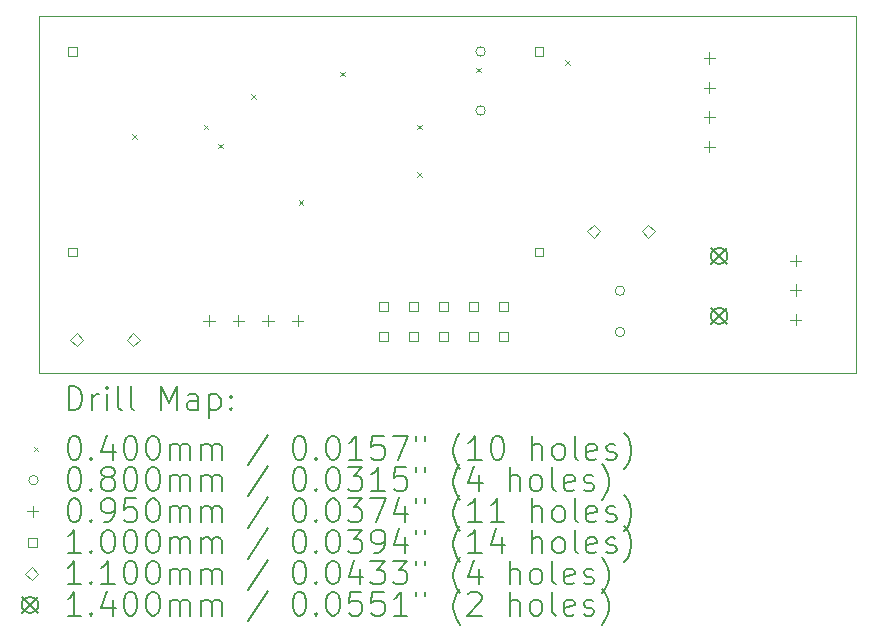
<source format=gbr>
%TF.GenerationSoftware,KiCad,Pcbnew,6.0.11-2627ca5db0~126~ubuntu22.04.1*%
%TF.CreationDate,2023-02-15T16:19:57+03:00*%
%TF.ProjectId,train_barrier,74726169-6e5f-4626-9172-726965722e6b,rev?*%
%TF.SameCoordinates,Original*%
%TF.FileFunction,Drillmap*%
%TF.FilePolarity,Positive*%
%FSLAX45Y45*%
G04 Gerber Fmt 4.5, Leading zero omitted, Abs format (unit mm)*
G04 Created by KiCad (PCBNEW 6.0.11-2627ca5db0~126~ubuntu22.04.1) date 2023-02-15 16:19:57*
%MOMM*%
%LPD*%
G01*
G04 APERTURE LIST*
%ADD10C,0.100000*%
%ADD11C,0.200000*%
%ADD12C,0.040000*%
%ADD13C,0.080000*%
%ADD14C,0.095000*%
%ADD15C,0.110000*%
%ADD16C,0.140000*%
G04 APERTURE END LIST*
D10*
X6300000Y-2520000D02*
X13220000Y-2520000D01*
X13220000Y-2520000D02*
X13220000Y-5540000D01*
X13220000Y-5540000D02*
X6300000Y-5540000D01*
X6300000Y-5540000D02*
X6300000Y-2520000D01*
D11*
D12*
X7090050Y-3520000D02*
X7130050Y-3560000D01*
X7130050Y-3520000D02*
X7090050Y-3560000D01*
X7696266Y-3440000D02*
X7736266Y-3480000D01*
X7736266Y-3440000D02*
X7696266Y-3480000D01*
X7820000Y-3600000D02*
X7860000Y-3640000D01*
X7860000Y-3600000D02*
X7820000Y-3640000D01*
X8100000Y-3180000D02*
X8140000Y-3220000D01*
X8140000Y-3180000D02*
X8100000Y-3220000D01*
X8500000Y-4080000D02*
X8540000Y-4120000D01*
X8540000Y-4080000D02*
X8500000Y-4120000D01*
X8851250Y-2991250D02*
X8891250Y-3031250D01*
X8891250Y-2991250D02*
X8851250Y-3031250D01*
X9500000Y-3440000D02*
X9540000Y-3480000D01*
X9540000Y-3440000D02*
X9500000Y-3480000D01*
X9500000Y-3840000D02*
X9540000Y-3880000D01*
X9540000Y-3840000D02*
X9500000Y-3880000D01*
X10002500Y-2957500D02*
X10042500Y-2997500D01*
X10042500Y-2957500D02*
X10002500Y-2997500D01*
X10755000Y-2895000D02*
X10795000Y-2935000D01*
X10795000Y-2895000D02*
X10755000Y-2935000D01*
D13*
X10080000Y-2819205D02*
G75*
G03*
X10080000Y-2819205I-40000J0D01*
G01*
X10080000Y-3319205D02*
G75*
G03*
X10080000Y-3319205I-40000J0D01*
G01*
X11260000Y-4845530D02*
G75*
G03*
X11260000Y-4845530I-40000J0D01*
G01*
X11260000Y-5195530D02*
G75*
G03*
X11260000Y-5195530I-40000J0D01*
G01*
D14*
X7740000Y-5052500D02*
X7740000Y-5147500D01*
X7692500Y-5100000D02*
X7787500Y-5100000D01*
X7990000Y-5052500D02*
X7990000Y-5147500D01*
X7942500Y-5100000D02*
X8037500Y-5100000D01*
X8240000Y-5052500D02*
X8240000Y-5147500D01*
X8192500Y-5100000D02*
X8287500Y-5100000D01*
X8490000Y-5052500D02*
X8490000Y-5147500D01*
X8442500Y-5100000D02*
X8537500Y-5100000D01*
X11975000Y-2827500D02*
X11975000Y-2922500D01*
X11927500Y-2875000D02*
X12022500Y-2875000D01*
X11975000Y-3077500D02*
X11975000Y-3172500D01*
X11927500Y-3125000D02*
X12022500Y-3125000D01*
X11975000Y-3327500D02*
X11975000Y-3422500D01*
X11927500Y-3375000D02*
X12022500Y-3375000D01*
X11975000Y-3577500D02*
X11975000Y-3672500D01*
X11927500Y-3625000D02*
X12022500Y-3625000D01*
X12707500Y-4542500D02*
X12707500Y-4637500D01*
X12660000Y-4590000D02*
X12755000Y-4590000D01*
X12707500Y-4792500D02*
X12707500Y-4887500D01*
X12660000Y-4840000D02*
X12755000Y-4840000D01*
X12707500Y-5042500D02*
X12707500Y-5137500D01*
X12660000Y-5090000D02*
X12755000Y-5090000D01*
D10*
X6620356Y-2855356D02*
X6620356Y-2784644D01*
X6549644Y-2784644D01*
X6549644Y-2855356D01*
X6620356Y-2855356D01*
X6620356Y-4555356D02*
X6620356Y-4484644D01*
X6549644Y-4484644D01*
X6549644Y-4555356D01*
X6620356Y-4555356D01*
X9251856Y-5015356D02*
X9251856Y-4944644D01*
X9181144Y-4944644D01*
X9181144Y-5015356D01*
X9251856Y-5015356D01*
X9251856Y-5269356D02*
X9251856Y-5198644D01*
X9181144Y-5198644D01*
X9181144Y-5269356D01*
X9251856Y-5269356D01*
X9505856Y-5015356D02*
X9505856Y-4944644D01*
X9435144Y-4944644D01*
X9435144Y-5015356D01*
X9505856Y-5015356D01*
X9505856Y-5269356D02*
X9505856Y-5198644D01*
X9435144Y-5198644D01*
X9435144Y-5269356D01*
X9505856Y-5269356D01*
X9759856Y-5015356D02*
X9759856Y-4944644D01*
X9689144Y-4944644D01*
X9689144Y-5015356D01*
X9759856Y-5015356D01*
X9759856Y-5269356D02*
X9759856Y-5198644D01*
X9689144Y-5198644D01*
X9689144Y-5269356D01*
X9759856Y-5269356D01*
X10013856Y-5015356D02*
X10013856Y-4944644D01*
X9943144Y-4944644D01*
X9943144Y-5015356D01*
X10013856Y-5015356D01*
X10013856Y-5269356D02*
X10013856Y-5198644D01*
X9943144Y-5198644D01*
X9943144Y-5269356D01*
X10013856Y-5269356D01*
X10267856Y-5015356D02*
X10267856Y-4944644D01*
X10197144Y-4944644D01*
X10197144Y-5015356D01*
X10267856Y-5015356D01*
X10267856Y-5269356D02*
X10267856Y-5198644D01*
X10197144Y-5198644D01*
X10197144Y-5269356D01*
X10267856Y-5269356D01*
X10570356Y-2855356D02*
X10570356Y-2784644D01*
X10499644Y-2784644D01*
X10499644Y-2855356D01*
X10570356Y-2855356D01*
X10570356Y-4555356D02*
X10570356Y-4484644D01*
X10499644Y-4484644D01*
X10499644Y-4555356D01*
X10570356Y-4555356D01*
D15*
X6620000Y-5315000D02*
X6675000Y-5260000D01*
X6620000Y-5205000D01*
X6565000Y-5260000D01*
X6620000Y-5315000D01*
X7100000Y-5315000D02*
X7155000Y-5260000D01*
X7100000Y-5205000D01*
X7045000Y-5260000D01*
X7100000Y-5315000D01*
X11000000Y-4395000D02*
X11055000Y-4340000D01*
X11000000Y-4285000D01*
X10945000Y-4340000D01*
X11000000Y-4395000D01*
X11460000Y-4395000D02*
X11515000Y-4340000D01*
X11460000Y-4285000D01*
X11405000Y-4340000D01*
X11460000Y-4395000D01*
D16*
X11990000Y-4480371D02*
X12130000Y-4620371D01*
X12130000Y-4480371D02*
X11990000Y-4620371D01*
X12130000Y-4550371D02*
G75*
G03*
X12130000Y-4550371I-70000J0D01*
G01*
X11990000Y-4988371D02*
X12130000Y-5128371D01*
X12130000Y-4988371D02*
X11990000Y-5128371D01*
X12130000Y-5058371D02*
G75*
G03*
X12130000Y-5058371I-70000J0D01*
G01*
D11*
X6552619Y-5855476D02*
X6552619Y-5655476D01*
X6600238Y-5655476D01*
X6628809Y-5665000D01*
X6647857Y-5684048D01*
X6657381Y-5703095D01*
X6666905Y-5741190D01*
X6666905Y-5769762D01*
X6657381Y-5807857D01*
X6647857Y-5826905D01*
X6628809Y-5845952D01*
X6600238Y-5855476D01*
X6552619Y-5855476D01*
X6752619Y-5855476D02*
X6752619Y-5722143D01*
X6752619Y-5760238D02*
X6762143Y-5741190D01*
X6771667Y-5731667D01*
X6790714Y-5722143D01*
X6809762Y-5722143D01*
X6876428Y-5855476D02*
X6876428Y-5722143D01*
X6876428Y-5655476D02*
X6866905Y-5665000D01*
X6876428Y-5674524D01*
X6885952Y-5665000D01*
X6876428Y-5655476D01*
X6876428Y-5674524D01*
X7000238Y-5855476D02*
X6981190Y-5845952D01*
X6971667Y-5826905D01*
X6971667Y-5655476D01*
X7105000Y-5855476D02*
X7085952Y-5845952D01*
X7076428Y-5826905D01*
X7076428Y-5655476D01*
X7333571Y-5855476D02*
X7333571Y-5655476D01*
X7400238Y-5798333D01*
X7466905Y-5655476D01*
X7466905Y-5855476D01*
X7647857Y-5855476D02*
X7647857Y-5750714D01*
X7638333Y-5731667D01*
X7619286Y-5722143D01*
X7581190Y-5722143D01*
X7562143Y-5731667D01*
X7647857Y-5845952D02*
X7628809Y-5855476D01*
X7581190Y-5855476D01*
X7562143Y-5845952D01*
X7552619Y-5826905D01*
X7552619Y-5807857D01*
X7562143Y-5788809D01*
X7581190Y-5779286D01*
X7628809Y-5779286D01*
X7647857Y-5769762D01*
X7743095Y-5722143D02*
X7743095Y-5922143D01*
X7743095Y-5731667D02*
X7762143Y-5722143D01*
X7800238Y-5722143D01*
X7819286Y-5731667D01*
X7828809Y-5741190D01*
X7838333Y-5760238D01*
X7838333Y-5817381D01*
X7828809Y-5836428D01*
X7819286Y-5845952D01*
X7800238Y-5855476D01*
X7762143Y-5855476D01*
X7743095Y-5845952D01*
X7924048Y-5836428D02*
X7933571Y-5845952D01*
X7924048Y-5855476D01*
X7914524Y-5845952D01*
X7924048Y-5836428D01*
X7924048Y-5855476D01*
X7924048Y-5731667D02*
X7933571Y-5741190D01*
X7924048Y-5750714D01*
X7914524Y-5741190D01*
X7924048Y-5731667D01*
X7924048Y-5750714D01*
D12*
X6255000Y-6165000D02*
X6295000Y-6205000D01*
X6295000Y-6165000D02*
X6255000Y-6205000D01*
D11*
X6590714Y-6075476D02*
X6609762Y-6075476D01*
X6628809Y-6085000D01*
X6638333Y-6094524D01*
X6647857Y-6113571D01*
X6657381Y-6151667D01*
X6657381Y-6199286D01*
X6647857Y-6237381D01*
X6638333Y-6256428D01*
X6628809Y-6265952D01*
X6609762Y-6275476D01*
X6590714Y-6275476D01*
X6571667Y-6265952D01*
X6562143Y-6256428D01*
X6552619Y-6237381D01*
X6543095Y-6199286D01*
X6543095Y-6151667D01*
X6552619Y-6113571D01*
X6562143Y-6094524D01*
X6571667Y-6085000D01*
X6590714Y-6075476D01*
X6743095Y-6256428D02*
X6752619Y-6265952D01*
X6743095Y-6275476D01*
X6733571Y-6265952D01*
X6743095Y-6256428D01*
X6743095Y-6275476D01*
X6924048Y-6142143D02*
X6924048Y-6275476D01*
X6876428Y-6065952D02*
X6828809Y-6208809D01*
X6952619Y-6208809D01*
X7066905Y-6075476D02*
X7085952Y-6075476D01*
X7105000Y-6085000D01*
X7114524Y-6094524D01*
X7124048Y-6113571D01*
X7133571Y-6151667D01*
X7133571Y-6199286D01*
X7124048Y-6237381D01*
X7114524Y-6256428D01*
X7105000Y-6265952D01*
X7085952Y-6275476D01*
X7066905Y-6275476D01*
X7047857Y-6265952D01*
X7038333Y-6256428D01*
X7028809Y-6237381D01*
X7019286Y-6199286D01*
X7019286Y-6151667D01*
X7028809Y-6113571D01*
X7038333Y-6094524D01*
X7047857Y-6085000D01*
X7066905Y-6075476D01*
X7257381Y-6075476D02*
X7276428Y-6075476D01*
X7295476Y-6085000D01*
X7305000Y-6094524D01*
X7314524Y-6113571D01*
X7324048Y-6151667D01*
X7324048Y-6199286D01*
X7314524Y-6237381D01*
X7305000Y-6256428D01*
X7295476Y-6265952D01*
X7276428Y-6275476D01*
X7257381Y-6275476D01*
X7238333Y-6265952D01*
X7228809Y-6256428D01*
X7219286Y-6237381D01*
X7209762Y-6199286D01*
X7209762Y-6151667D01*
X7219286Y-6113571D01*
X7228809Y-6094524D01*
X7238333Y-6085000D01*
X7257381Y-6075476D01*
X7409762Y-6275476D02*
X7409762Y-6142143D01*
X7409762Y-6161190D02*
X7419286Y-6151667D01*
X7438333Y-6142143D01*
X7466905Y-6142143D01*
X7485952Y-6151667D01*
X7495476Y-6170714D01*
X7495476Y-6275476D01*
X7495476Y-6170714D02*
X7505000Y-6151667D01*
X7524048Y-6142143D01*
X7552619Y-6142143D01*
X7571667Y-6151667D01*
X7581190Y-6170714D01*
X7581190Y-6275476D01*
X7676428Y-6275476D02*
X7676428Y-6142143D01*
X7676428Y-6161190D02*
X7685952Y-6151667D01*
X7705000Y-6142143D01*
X7733571Y-6142143D01*
X7752619Y-6151667D01*
X7762143Y-6170714D01*
X7762143Y-6275476D01*
X7762143Y-6170714D02*
X7771667Y-6151667D01*
X7790714Y-6142143D01*
X7819286Y-6142143D01*
X7838333Y-6151667D01*
X7847857Y-6170714D01*
X7847857Y-6275476D01*
X8238333Y-6065952D02*
X8066905Y-6323095D01*
X8495476Y-6075476D02*
X8514524Y-6075476D01*
X8533571Y-6085000D01*
X8543095Y-6094524D01*
X8552619Y-6113571D01*
X8562143Y-6151667D01*
X8562143Y-6199286D01*
X8552619Y-6237381D01*
X8543095Y-6256428D01*
X8533571Y-6265952D01*
X8514524Y-6275476D01*
X8495476Y-6275476D01*
X8476429Y-6265952D01*
X8466905Y-6256428D01*
X8457381Y-6237381D01*
X8447857Y-6199286D01*
X8447857Y-6151667D01*
X8457381Y-6113571D01*
X8466905Y-6094524D01*
X8476429Y-6085000D01*
X8495476Y-6075476D01*
X8647857Y-6256428D02*
X8657381Y-6265952D01*
X8647857Y-6275476D01*
X8638333Y-6265952D01*
X8647857Y-6256428D01*
X8647857Y-6275476D01*
X8781190Y-6075476D02*
X8800238Y-6075476D01*
X8819286Y-6085000D01*
X8828810Y-6094524D01*
X8838333Y-6113571D01*
X8847857Y-6151667D01*
X8847857Y-6199286D01*
X8838333Y-6237381D01*
X8828810Y-6256428D01*
X8819286Y-6265952D01*
X8800238Y-6275476D01*
X8781190Y-6275476D01*
X8762143Y-6265952D01*
X8752619Y-6256428D01*
X8743095Y-6237381D01*
X8733571Y-6199286D01*
X8733571Y-6151667D01*
X8743095Y-6113571D01*
X8752619Y-6094524D01*
X8762143Y-6085000D01*
X8781190Y-6075476D01*
X9038333Y-6275476D02*
X8924048Y-6275476D01*
X8981190Y-6275476D02*
X8981190Y-6075476D01*
X8962143Y-6104048D01*
X8943095Y-6123095D01*
X8924048Y-6132619D01*
X9219286Y-6075476D02*
X9124048Y-6075476D01*
X9114524Y-6170714D01*
X9124048Y-6161190D01*
X9143095Y-6151667D01*
X9190714Y-6151667D01*
X9209762Y-6161190D01*
X9219286Y-6170714D01*
X9228810Y-6189762D01*
X9228810Y-6237381D01*
X9219286Y-6256428D01*
X9209762Y-6265952D01*
X9190714Y-6275476D01*
X9143095Y-6275476D01*
X9124048Y-6265952D01*
X9114524Y-6256428D01*
X9295476Y-6075476D02*
X9428810Y-6075476D01*
X9343095Y-6275476D01*
X9495476Y-6075476D02*
X9495476Y-6113571D01*
X9571667Y-6075476D02*
X9571667Y-6113571D01*
X9866905Y-6351667D02*
X9857381Y-6342143D01*
X9838333Y-6313571D01*
X9828810Y-6294524D01*
X9819286Y-6265952D01*
X9809762Y-6218333D01*
X9809762Y-6180238D01*
X9819286Y-6132619D01*
X9828810Y-6104048D01*
X9838333Y-6085000D01*
X9857381Y-6056428D01*
X9866905Y-6046905D01*
X10047857Y-6275476D02*
X9933571Y-6275476D01*
X9990714Y-6275476D02*
X9990714Y-6075476D01*
X9971667Y-6104048D01*
X9952619Y-6123095D01*
X9933571Y-6132619D01*
X10171667Y-6075476D02*
X10190714Y-6075476D01*
X10209762Y-6085000D01*
X10219286Y-6094524D01*
X10228810Y-6113571D01*
X10238333Y-6151667D01*
X10238333Y-6199286D01*
X10228810Y-6237381D01*
X10219286Y-6256428D01*
X10209762Y-6265952D01*
X10190714Y-6275476D01*
X10171667Y-6275476D01*
X10152619Y-6265952D01*
X10143095Y-6256428D01*
X10133571Y-6237381D01*
X10124048Y-6199286D01*
X10124048Y-6151667D01*
X10133571Y-6113571D01*
X10143095Y-6094524D01*
X10152619Y-6085000D01*
X10171667Y-6075476D01*
X10476429Y-6275476D02*
X10476429Y-6075476D01*
X10562143Y-6275476D02*
X10562143Y-6170714D01*
X10552619Y-6151667D01*
X10533571Y-6142143D01*
X10505000Y-6142143D01*
X10485952Y-6151667D01*
X10476429Y-6161190D01*
X10685952Y-6275476D02*
X10666905Y-6265952D01*
X10657381Y-6256428D01*
X10647857Y-6237381D01*
X10647857Y-6180238D01*
X10657381Y-6161190D01*
X10666905Y-6151667D01*
X10685952Y-6142143D01*
X10714524Y-6142143D01*
X10733571Y-6151667D01*
X10743095Y-6161190D01*
X10752619Y-6180238D01*
X10752619Y-6237381D01*
X10743095Y-6256428D01*
X10733571Y-6265952D01*
X10714524Y-6275476D01*
X10685952Y-6275476D01*
X10866905Y-6275476D02*
X10847857Y-6265952D01*
X10838333Y-6246905D01*
X10838333Y-6075476D01*
X11019286Y-6265952D02*
X11000238Y-6275476D01*
X10962143Y-6275476D01*
X10943095Y-6265952D01*
X10933571Y-6246905D01*
X10933571Y-6170714D01*
X10943095Y-6151667D01*
X10962143Y-6142143D01*
X11000238Y-6142143D01*
X11019286Y-6151667D01*
X11028810Y-6170714D01*
X11028810Y-6189762D01*
X10933571Y-6208809D01*
X11105000Y-6265952D02*
X11124048Y-6275476D01*
X11162143Y-6275476D01*
X11181190Y-6265952D01*
X11190714Y-6246905D01*
X11190714Y-6237381D01*
X11181190Y-6218333D01*
X11162143Y-6208809D01*
X11133571Y-6208809D01*
X11114524Y-6199286D01*
X11105000Y-6180238D01*
X11105000Y-6170714D01*
X11114524Y-6151667D01*
X11133571Y-6142143D01*
X11162143Y-6142143D01*
X11181190Y-6151667D01*
X11257381Y-6351667D02*
X11266905Y-6342143D01*
X11285952Y-6313571D01*
X11295476Y-6294524D01*
X11305000Y-6265952D01*
X11314524Y-6218333D01*
X11314524Y-6180238D01*
X11305000Y-6132619D01*
X11295476Y-6104048D01*
X11285952Y-6085000D01*
X11266905Y-6056428D01*
X11257381Y-6046905D01*
D13*
X6295000Y-6449000D02*
G75*
G03*
X6295000Y-6449000I-40000J0D01*
G01*
D11*
X6590714Y-6339476D02*
X6609762Y-6339476D01*
X6628809Y-6349000D01*
X6638333Y-6358524D01*
X6647857Y-6377571D01*
X6657381Y-6415667D01*
X6657381Y-6463286D01*
X6647857Y-6501381D01*
X6638333Y-6520428D01*
X6628809Y-6529952D01*
X6609762Y-6539476D01*
X6590714Y-6539476D01*
X6571667Y-6529952D01*
X6562143Y-6520428D01*
X6552619Y-6501381D01*
X6543095Y-6463286D01*
X6543095Y-6415667D01*
X6552619Y-6377571D01*
X6562143Y-6358524D01*
X6571667Y-6349000D01*
X6590714Y-6339476D01*
X6743095Y-6520428D02*
X6752619Y-6529952D01*
X6743095Y-6539476D01*
X6733571Y-6529952D01*
X6743095Y-6520428D01*
X6743095Y-6539476D01*
X6866905Y-6425190D02*
X6847857Y-6415667D01*
X6838333Y-6406143D01*
X6828809Y-6387095D01*
X6828809Y-6377571D01*
X6838333Y-6358524D01*
X6847857Y-6349000D01*
X6866905Y-6339476D01*
X6905000Y-6339476D01*
X6924048Y-6349000D01*
X6933571Y-6358524D01*
X6943095Y-6377571D01*
X6943095Y-6387095D01*
X6933571Y-6406143D01*
X6924048Y-6415667D01*
X6905000Y-6425190D01*
X6866905Y-6425190D01*
X6847857Y-6434714D01*
X6838333Y-6444238D01*
X6828809Y-6463286D01*
X6828809Y-6501381D01*
X6838333Y-6520428D01*
X6847857Y-6529952D01*
X6866905Y-6539476D01*
X6905000Y-6539476D01*
X6924048Y-6529952D01*
X6933571Y-6520428D01*
X6943095Y-6501381D01*
X6943095Y-6463286D01*
X6933571Y-6444238D01*
X6924048Y-6434714D01*
X6905000Y-6425190D01*
X7066905Y-6339476D02*
X7085952Y-6339476D01*
X7105000Y-6349000D01*
X7114524Y-6358524D01*
X7124048Y-6377571D01*
X7133571Y-6415667D01*
X7133571Y-6463286D01*
X7124048Y-6501381D01*
X7114524Y-6520428D01*
X7105000Y-6529952D01*
X7085952Y-6539476D01*
X7066905Y-6539476D01*
X7047857Y-6529952D01*
X7038333Y-6520428D01*
X7028809Y-6501381D01*
X7019286Y-6463286D01*
X7019286Y-6415667D01*
X7028809Y-6377571D01*
X7038333Y-6358524D01*
X7047857Y-6349000D01*
X7066905Y-6339476D01*
X7257381Y-6339476D02*
X7276428Y-6339476D01*
X7295476Y-6349000D01*
X7305000Y-6358524D01*
X7314524Y-6377571D01*
X7324048Y-6415667D01*
X7324048Y-6463286D01*
X7314524Y-6501381D01*
X7305000Y-6520428D01*
X7295476Y-6529952D01*
X7276428Y-6539476D01*
X7257381Y-6539476D01*
X7238333Y-6529952D01*
X7228809Y-6520428D01*
X7219286Y-6501381D01*
X7209762Y-6463286D01*
X7209762Y-6415667D01*
X7219286Y-6377571D01*
X7228809Y-6358524D01*
X7238333Y-6349000D01*
X7257381Y-6339476D01*
X7409762Y-6539476D02*
X7409762Y-6406143D01*
X7409762Y-6425190D02*
X7419286Y-6415667D01*
X7438333Y-6406143D01*
X7466905Y-6406143D01*
X7485952Y-6415667D01*
X7495476Y-6434714D01*
X7495476Y-6539476D01*
X7495476Y-6434714D02*
X7505000Y-6415667D01*
X7524048Y-6406143D01*
X7552619Y-6406143D01*
X7571667Y-6415667D01*
X7581190Y-6434714D01*
X7581190Y-6539476D01*
X7676428Y-6539476D02*
X7676428Y-6406143D01*
X7676428Y-6425190D02*
X7685952Y-6415667D01*
X7705000Y-6406143D01*
X7733571Y-6406143D01*
X7752619Y-6415667D01*
X7762143Y-6434714D01*
X7762143Y-6539476D01*
X7762143Y-6434714D02*
X7771667Y-6415667D01*
X7790714Y-6406143D01*
X7819286Y-6406143D01*
X7838333Y-6415667D01*
X7847857Y-6434714D01*
X7847857Y-6539476D01*
X8238333Y-6329952D02*
X8066905Y-6587095D01*
X8495476Y-6339476D02*
X8514524Y-6339476D01*
X8533571Y-6349000D01*
X8543095Y-6358524D01*
X8552619Y-6377571D01*
X8562143Y-6415667D01*
X8562143Y-6463286D01*
X8552619Y-6501381D01*
X8543095Y-6520428D01*
X8533571Y-6529952D01*
X8514524Y-6539476D01*
X8495476Y-6539476D01*
X8476429Y-6529952D01*
X8466905Y-6520428D01*
X8457381Y-6501381D01*
X8447857Y-6463286D01*
X8447857Y-6415667D01*
X8457381Y-6377571D01*
X8466905Y-6358524D01*
X8476429Y-6349000D01*
X8495476Y-6339476D01*
X8647857Y-6520428D02*
X8657381Y-6529952D01*
X8647857Y-6539476D01*
X8638333Y-6529952D01*
X8647857Y-6520428D01*
X8647857Y-6539476D01*
X8781190Y-6339476D02*
X8800238Y-6339476D01*
X8819286Y-6349000D01*
X8828810Y-6358524D01*
X8838333Y-6377571D01*
X8847857Y-6415667D01*
X8847857Y-6463286D01*
X8838333Y-6501381D01*
X8828810Y-6520428D01*
X8819286Y-6529952D01*
X8800238Y-6539476D01*
X8781190Y-6539476D01*
X8762143Y-6529952D01*
X8752619Y-6520428D01*
X8743095Y-6501381D01*
X8733571Y-6463286D01*
X8733571Y-6415667D01*
X8743095Y-6377571D01*
X8752619Y-6358524D01*
X8762143Y-6349000D01*
X8781190Y-6339476D01*
X8914524Y-6339476D02*
X9038333Y-6339476D01*
X8971667Y-6415667D01*
X9000238Y-6415667D01*
X9019286Y-6425190D01*
X9028810Y-6434714D01*
X9038333Y-6453762D01*
X9038333Y-6501381D01*
X9028810Y-6520428D01*
X9019286Y-6529952D01*
X9000238Y-6539476D01*
X8943095Y-6539476D01*
X8924048Y-6529952D01*
X8914524Y-6520428D01*
X9228810Y-6539476D02*
X9114524Y-6539476D01*
X9171667Y-6539476D02*
X9171667Y-6339476D01*
X9152619Y-6368048D01*
X9133571Y-6387095D01*
X9114524Y-6396619D01*
X9409762Y-6339476D02*
X9314524Y-6339476D01*
X9305000Y-6434714D01*
X9314524Y-6425190D01*
X9333571Y-6415667D01*
X9381190Y-6415667D01*
X9400238Y-6425190D01*
X9409762Y-6434714D01*
X9419286Y-6453762D01*
X9419286Y-6501381D01*
X9409762Y-6520428D01*
X9400238Y-6529952D01*
X9381190Y-6539476D01*
X9333571Y-6539476D01*
X9314524Y-6529952D01*
X9305000Y-6520428D01*
X9495476Y-6339476D02*
X9495476Y-6377571D01*
X9571667Y-6339476D02*
X9571667Y-6377571D01*
X9866905Y-6615667D02*
X9857381Y-6606143D01*
X9838333Y-6577571D01*
X9828810Y-6558524D01*
X9819286Y-6529952D01*
X9809762Y-6482333D01*
X9809762Y-6444238D01*
X9819286Y-6396619D01*
X9828810Y-6368048D01*
X9838333Y-6349000D01*
X9857381Y-6320428D01*
X9866905Y-6310905D01*
X10028810Y-6406143D02*
X10028810Y-6539476D01*
X9981190Y-6329952D02*
X9933571Y-6472809D01*
X10057381Y-6472809D01*
X10285952Y-6539476D02*
X10285952Y-6339476D01*
X10371667Y-6539476D02*
X10371667Y-6434714D01*
X10362143Y-6415667D01*
X10343095Y-6406143D01*
X10314524Y-6406143D01*
X10295476Y-6415667D01*
X10285952Y-6425190D01*
X10495476Y-6539476D02*
X10476429Y-6529952D01*
X10466905Y-6520428D01*
X10457381Y-6501381D01*
X10457381Y-6444238D01*
X10466905Y-6425190D01*
X10476429Y-6415667D01*
X10495476Y-6406143D01*
X10524048Y-6406143D01*
X10543095Y-6415667D01*
X10552619Y-6425190D01*
X10562143Y-6444238D01*
X10562143Y-6501381D01*
X10552619Y-6520428D01*
X10543095Y-6529952D01*
X10524048Y-6539476D01*
X10495476Y-6539476D01*
X10676429Y-6539476D02*
X10657381Y-6529952D01*
X10647857Y-6510905D01*
X10647857Y-6339476D01*
X10828810Y-6529952D02*
X10809762Y-6539476D01*
X10771667Y-6539476D01*
X10752619Y-6529952D01*
X10743095Y-6510905D01*
X10743095Y-6434714D01*
X10752619Y-6415667D01*
X10771667Y-6406143D01*
X10809762Y-6406143D01*
X10828810Y-6415667D01*
X10838333Y-6434714D01*
X10838333Y-6453762D01*
X10743095Y-6472809D01*
X10914524Y-6529952D02*
X10933571Y-6539476D01*
X10971667Y-6539476D01*
X10990714Y-6529952D01*
X11000238Y-6510905D01*
X11000238Y-6501381D01*
X10990714Y-6482333D01*
X10971667Y-6472809D01*
X10943095Y-6472809D01*
X10924048Y-6463286D01*
X10914524Y-6444238D01*
X10914524Y-6434714D01*
X10924048Y-6415667D01*
X10943095Y-6406143D01*
X10971667Y-6406143D01*
X10990714Y-6415667D01*
X11066905Y-6615667D02*
X11076429Y-6606143D01*
X11095476Y-6577571D01*
X11105000Y-6558524D01*
X11114524Y-6529952D01*
X11124048Y-6482333D01*
X11124048Y-6444238D01*
X11114524Y-6396619D01*
X11105000Y-6368048D01*
X11095476Y-6349000D01*
X11076429Y-6320428D01*
X11066905Y-6310905D01*
D14*
X6247500Y-6665500D02*
X6247500Y-6760500D01*
X6200000Y-6713000D02*
X6295000Y-6713000D01*
D11*
X6590714Y-6603476D02*
X6609762Y-6603476D01*
X6628809Y-6613000D01*
X6638333Y-6622524D01*
X6647857Y-6641571D01*
X6657381Y-6679667D01*
X6657381Y-6727286D01*
X6647857Y-6765381D01*
X6638333Y-6784428D01*
X6628809Y-6793952D01*
X6609762Y-6803476D01*
X6590714Y-6803476D01*
X6571667Y-6793952D01*
X6562143Y-6784428D01*
X6552619Y-6765381D01*
X6543095Y-6727286D01*
X6543095Y-6679667D01*
X6552619Y-6641571D01*
X6562143Y-6622524D01*
X6571667Y-6613000D01*
X6590714Y-6603476D01*
X6743095Y-6784428D02*
X6752619Y-6793952D01*
X6743095Y-6803476D01*
X6733571Y-6793952D01*
X6743095Y-6784428D01*
X6743095Y-6803476D01*
X6847857Y-6803476D02*
X6885952Y-6803476D01*
X6905000Y-6793952D01*
X6914524Y-6784428D01*
X6933571Y-6755857D01*
X6943095Y-6717762D01*
X6943095Y-6641571D01*
X6933571Y-6622524D01*
X6924048Y-6613000D01*
X6905000Y-6603476D01*
X6866905Y-6603476D01*
X6847857Y-6613000D01*
X6838333Y-6622524D01*
X6828809Y-6641571D01*
X6828809Y-6689190D01*
X6838333Y-6708238D01*
X6847857Y-6717762D01*
X6866905Y-6727286D01*
X6905000Y-6727286D01*
X6924048Y-6717762D01*
X6933571Y-6708238D01*
X6943095Y-6689190D01*
X7124048Y-6603476D02*
X7028809Y-6603476D01*
X7019286Y-6698714D01*
X7028809Y-6689190D01*
X7047857Y-6679667D01*
X7095476Y-6679667D01*
X7114524Y-6689190D01*
X7124048Y-6698714D01*
X7133571Y-6717762D01*
X7133571Y-6765381D01*
X7124048Y-6784428D01*
X7114524Y-6793952D01*
X7095476Y-6803476D01*
X7047857Y-6803476D01*
X7028809Y-6793952D01*
X7019286Y-6784428D01*
X7257381Y-6603476D02*
X7276428Y-6603476D01*
X7295476Y-6613000D01*
X7305000Y-6622524D01*
X7314524Y-6641571D01*
X7324048Y-6679667D01*
X7324048Y-6727286D01*
X7314524Y-6765381D01*
X7305000Y-6784428D01*
X7295476Y-6793952D01*
X7276428Y-6803476D01*
X7257381Y-6803476D01*
X7238333Y-6793952D01*
X7228809Y-6784428D01*
X7219286Y-6765381D01*
X7209762Y-6727286D01*
X7209762Y-6679667D01*
X7219286Y-6641571D01*
X7228809Y-6622524D01*
X7238333Y-6613000D01*
X7257381Y-6603476D01*
X7409762Y-6803476D02*
X7409762Y-6670143D01*
X7409762Y-6689190D02*
X7419286Y-6679667D01*
X7438333Y-6670143D01*
X7466905Y-6670143D01*
X7485952Y-6679667D01*
X7495476Y-6698714D01*
X7495476Y-6803476D01*
X7495476Y-6698714D02*
X7505000Y-6679667D01*
X7524048Y-6670143D01*
X7552619Y-6670143D01*
X7571667Y-6679667D01*
X7581190Y-6698714D01*
X7581190Y-6803476D01*
X7676428Y-6803476D02*
X7676428Y-6670143D01*
X7676428Y-6689190D02*
X7685952Y-6679667D01*
X7705000Y-6670143D01*
X7733571Y-6670143D01*
X7752619Y-6679667D01*
X7762143Y-6698714D01*
X7762143Y-6803476D01*
X7762143Y-6698714D02*
X7771667Y-6679667D01*
X7790714Y-6670143D01*
X7819286Y-6670143D01*
X7838333Y-6679667D01*
X7847857Y-6698714D01*
X7847857Y-6803476D01*
X8238333Y-6593952D02*
X8066905Y-6851095D01*
X8495476Y-6603476D02*
X8514524Y-6603476D01*
X8533571Y-6613000D01*
X8543095Y-6622524D01*
X8552619Y-6641571D01*
X8562143Y-6679667D01*
X8562143Y-6727286D01*
X8552619Y-6765381D01*
X8543095Y-6784428D01*
X8533571Y-6793952D01*
X8514524Y-6803476D01*
X8495476Y-6803476D01*
X8476429Y-6793952D01*
X8466905Y-6784428D01*
X8457381Y-6765381D01*
X8447857Y-6727286D01*
X8447857Y-6679667D01*
X8457381Y-6641571D01*
X8466905Y-6622524D01*
X8476429Y-6613000D01*
X8495476Y-6603476D01*
X8647857Y-6784428D02*
X8657381Y-6793952D01*
X8647857Y-6803476D01*
X8638333Y-6793952D01*
X8647857Y-6784428D01*
X8647857Y-6803476D01*
X8781190Y-6603476D02*
X8800238Y-6603476D01*
X8819286Y-6613000D01*
X8828810Y-6622524D01*
X8838333Y-6641571D01*
X8847857Y-6679667D01*
X8847857Y-6727286D01*
X8838333Y-6765381D01*
X8828810Y-6784428D01*
X8819286Y-6793952D01*
X8800238Y-6803476D01*
X8781190Y-6803476D01*
X8762143Y-6793952D01*
X8752619Y-6784428D01*
X8743095Y-6765381D01*
X8733571Y-6727286D01*
X8733571Y-6679667D01*
X8743095Y-6641571D01*
X8752619Y-6622524D01*
X8762143Y-6613000D01*
X8781190Y-6603476D01*
X8914524Y-6603476D02*
X9038333Y-6603476D01*
X8971667Y-6679667D01*
X9000238Y-6679667D01*
X9019286Y-6689190D01*
X9028810Y-6698714D01*
X9038333Y-6717762D01*
X9038333Y-6765381D01*
X9028810Y-6784428D01*
X9019286Y-6793952D01*
X9000238Y-6803476D01*
X8943095Y-6803476D01*
X8924048Y-6793952D01*
X8914524Y-6784428D01*
X9105000Y-6603476D02*
X9238333Y-6603476D01*
X9152619Y-6803476D01*
X9400238Y-6670143D02*
X9400238Y-6803476D01*
X9352619Y-6593952D02*
X9305000Y-6736809D01*
X9428810Y-6736809D01*
X9495476Y-6603476D02*
X9495476Y-6641571D01*
X9571667Y-6603476D02*
X9571667Y-6641571D01*
X9866905Y-6879667D02*
X9857381Y-6870143D01*
X9838333Y-6841571D01*
X9828810Y-6822524D01*
X9819286Y-6793952D01*
X9809762Y-6746333D01*
X9809762Y-6708238D01*
X9819286Y-6660619D01*
X9828810Y-6632048D01*
X9838333Y-6613000D01*
X9857381Y-6584428D01*
X9866905Y-6574905D01*
X10047857Y-6803476D02*
X9933571Y-6803476D01*
X9990714Y-6803476D02*
X9990714Y-6603476D01*
X9971667Y-6632048D01*
X9952619Y-6651095D01*
X9933571Y-6660619D01*
X10238333Y-6803476D02*
X10124048Y-6803476D01*
X10181190Y-6803476D02*
X10181190Y-6603476D01*
X10162143Y-6632048D01*
X10143095Y-6651095D01*
X10124048Y-6660619D01*
X10476429Y-6803476D02*
X10476429Y-6603476D01*
X10562143Y-6803476D02*
X10562143Y-6698714D01*
X10552619Y-6679667D01*
X10533571Y-6670143D01*
X10505000Y-6670143D01*
X10485952Y-6679667D01*
X10476429Y-6689190D01*
X10685952Y-6803476D02*
X10666905Y-6793952D01*
X10657381Y-6784428D01*
X10647857Y-6765381D01*
X10647857Y-6708238D01*
X10657381Y-6689190D01*
X10666905Y-6679667D01*
X10685952Y-6670143D01*
X10714524Y-6670143D01*
X10733571Y-6679667D01*
X10743095Y-6689190D01*
X10752619Y-6708238D01*
X10752619Y-6765381D01*
X10743095Y-6784428D01*
X10733571Y-6793952D01*
X10714524Y-6803476D01*
X10685952Y-6803476D01*
X10866905Y-6803476D02*
X10847857Y-6793952D01*
X10838333Y-6774905D01*
X10838333Y-6603476D01*
X11019286Y-6793952D02*
X11000238Y-6803476D01*
X10962143Y-6803476D01*
X10943095Y-6793952D01*
X10933571Y-6774905D01*
X10933571Y-6698714D01*
X10943095Y-6679667D01*
X10962143Y-6670143D01*
X11000238Y-6670143D01*
X11019286Y-6679667D01*
X11028810Y-6698714D01*
X11028810Y-6717762D01*
X10933571Y-6736809D01*
X11105000Y-6793952D02*
X11124048Y-6803476D01*
X11162143Y-6803476D01*
X11181190Y-6793952D01*
X11190714Y-6774905D01*
X11190714Y-6765381D01*
X11181190Y-6746333D01*
X11162143Y-6736809D01*
X11133571Y-6736809D01*
X11114524Y-6727286D01*
X11105000Y-6708238D01*
X11105000Y-6698714D01*
X11114524Y-6679667D01*
X11133571Y-6670143D01*
X11162143Y-6670143D01*
X11181190Y-6679667D01*
X11257381Y-6879667D02*
X11266905Y-6870143D01*
X11285952Y-6841571D01*
X11295476Y-6822524D01*
X11305000Y-6793952D01*
X11314524Y-6746333D01*
X11314524Y-6708238D01*
X11305000Y-6660619D01*
X11295476Y-6632048D01*
X11285952Y-6613000D01*
X11266905Y-6584428D01*
X11257381Y-6574905D01*
D10*
X6280356Y-7012356D02*
X6280356Y-6941644D01*
X6209644Y-6941644D01*
X6209644Y-7012356D01*
X6280356Y-7012356D01*
D11*
X6657381Y-7067476D02*
X6543095Y-7067476D01*
X6600238Y-7067476D02*
X6600238Y-6867476D01*
X6581190Y-6896048D01*
X6562143Y-6915095D01*
X6543095Y-6924619D01*
X6743095Y-7048428D02*
X6752619Y-7057952D01*
X6743095Y-7067476D01*
X6733571Y-7057952D01*
X6743095Y-7048428D01*
X6743095Y-7067476D01*
X6876428Y-6867476D02*
X6895476Y-6867476D01*
X6914524Y-6877000D01*
X6924048Y-6886524D01*
X6933571Y-6905571D01*
X6943095Y-6943667D01*
X6943095Y-6991286D01*
X6933571Y-7029381D01*
X6924048Y-7048428D01*
X6914524Y-7057952D01*
X6895476Y-7067476D01*
X6876428Y-7067476D01*
X6857381Y-7057952D01*
X6847857Y-7048428D01*
X6838333Y-7029381D01*
X6828809Y-6991286D01*
X6828809Y-6943667D01*
X6838333Y-6905571D01*
X6847857Y-6886524D01*
X6857381Y-6877000D01*
X6876428Y-6867476D01*
X7066905Y-6867476D02*
X7085952Y-6867476D01*
X7105000Y-6877000D01*
X7114524Y-6886524D01*
X7124048Y-6905571D01*
X7133571Y-6943667D01*
X7133571Y-6991286D01*
X7124048Y-7029381D01*
X7114524Y-7048428D01*
X7105000Y-7057952D01*
X7085952Y-7067476D01*
X7066905Y-7067476D01*
X7047857Y-7057952D01*
X7038333Y-7048428D01*
X7028809Y-7029381D01*
X7019286Y-6991286D01*
X7019286Y-6943667D01*
X7028809Y-6905571D01*
X7038333Y-6886524D01*
X7047857Y-6877000D01*
X7066905Y-6867476D01*
X7257381Y-6867476D02*
X7276428Y-6867476D01*
X7295476Y-6877000D01*
X7305000Y-6886524D01*
X7314524Y-6905571D01*
X7324048Y-6943667D01*
X7324048Y-6991286D01*
X7314524Y-7029381D01*
X7305000Y-7048428D01*
X7295476Y-7057952D01*
X7276428Y-7067476D01*
X7257381Y-7067476D01*
X7238333Y-7057952D01*
X7228809Y-7048428D01*
X7219286Y-7029381D01*
X7209762Y-6991286D01*
X7209762Y-6943667D01*
X7219286Y-6905571D01*
X7228809Y-6886524D01*
X7238333Y-6877000D01*
X7257381Y-6867476D01*
X7409762Y-7067476D02*
X7409762Y-6934143D01*
X7409762Y-6953190D02*
X7419286Y-6943667D01*
X7438333Y-6934143D01*
X7466905Y-6934143D01*
X7485952Y-6943667D01*
X7495476Y-6962714D01*
X7495476Y-7067476D01*
X7495476Y-6962714D02*
X7505000Y-6943667D01*
X7524048Y-6934143D01*
X7552619Y-6934143D01*
X7571667Y-6943667D01*
X7581190Y-6962714D01*
X7581190Y-7067476D01*
X7676428Y-7067476D02*
X7676428Y-6934143D01*
X7676428Y-6953190D02*
X7685952Y-6943667D01*
X7705000Y-6934143D01*
X7733571Y-6934143D01*
X7752619Y-6943667D01*
X7762143Y-6962714D01*
X7762143Y-7067476D01*
X7762143Y-6962714D02*
X7771667Y-6943667D01*
X7790714Y-6934143D01*
X7819286Y-6934143D01*
X7838333Y-6943667D01*
X7847857Y-6962714D01*
X7847857Y-7067476D01*
X8238333Y-6857952D02*
X8066905Y-7115095D01*
X8495476Y-6867476D02*
X8514524Y-6867476D01*
X8533571Y-6877000D01*
X8543095Y-6886524D01*
X8552619Y-6905571D01*
X8562143Y-6943667D01*
X8562143Y-6991286D01*
X8552619Y-7029381D01*
X8543095Y-7048428D01*
X8533571Y-7057952D01*
X8514524Y-7067476D01*
X8495476Y-7067476D01*
X8476429Y-7057952D01*
X8466905Y-7048428D01*
X8457381Y-7029381D01*
X8447857Y-6991286D01*
X8447857Y-6943667D01*
X8457381Y-6905571D01*
X8466905Y-6886524D01*
X8476429Y-6877000D01*
X8495476Y-6867476D01*
X8647857Y-7048428D02*
X8657381Y-7057952D01*
X8647857Y-7067476D01*
X8638333Y-7057952D01*
X8647857Y-7048428D01*
X8647857Y-7067476D01*
X8781190Y-6867476D02*
X8800238Y-6867476D01*
X8819286Y-6877000D01*
X8828810Y-6886524D01*
X8838333Y-6905571D01*
X8847857Y-6943667D01*
X8847857Y-6991286D01*
X8838333Y-7029381D01*
X8828810Y-7048428D01*
X8819286Y-7057952D01*
X8800238Y-7067476D01*
X8781190Y-7067476D01*
X8762143Y-7057952D01*
X8752619Y-7048428D01*
X8743095Y-7029381D01*
X8733571Y-6991286D01*
X8733571Y-6943667D01*
X8743095Y-6905571D01*
X8752619Y-6886524D01*
X8762143Y-6877000D01*
X8781190Y-6867476D01*
X8914524Y-6867476D02*
X9038333Y-6867476D01*
X8971667Y-6943667D01*
X9000238Y-6943667D01*
X9019286Y-6953190D01*
X9028810Y-6962714D01*
X9038333Y-6981762D01*
X9038333Y-7029381D01*
X9028810Y-7048428D01*
X9019286Y-7057952D01*
X9000238Y-7067476D01*
X8943095Y-7067476D01*
X8924048Y-7057952D01*
X8914524Y-7048428D01*
X9133571Y-7067476D02*
X9171667Y-7067476D01*
X9190714Y-7057952D01*
X9200238Y-7048428D01*
X9219286Y-7019857D01*
X9228810Y-6981762D01*
X9228810Y-6905571D01*
X9219286Y-6886524D01*
X9209762Y-6877000D01*
X9190714Y-6867476D01*
X9152619Y-6867476D01*
X9133571Y-6877000D01*
X9124048Y-6886524D01*
X9114524Y-6905571D01*
X9114524Y-6953190D01*
X9124048Y-6972238D01*
X9133571Y-6981762D01*
X9152619Y-6991286D01*
X9190714Y-6991286D01*
X9209762Y-6981762D01*
X9219286Y-6972238D01*
X9228810Y-6953190D01*
X9400238Y-6934143D02*
X9400238Y-7067476D01*
X9352619Y-6857952D02*
X9305000Y-7000809D01*
X9428810Y-7000809D01*
X9495476Y-6867476D02*
X9495476Y-6905571D01*
X9571667Y-6867476D02*
X9571667Y-6905571D01*
X9866905Y-7143667D02*
X9857381Y-7134143D01*
X9838333Y-7105571D01*
X9828810Y-7086524D01*
X9819286Y-7057952D01*
X9809762Y-7010333D01*
X9809762Y-6972238D01*
X9819286Y-6924619D01*
X9828810Y-6896048D01*
X9838333Y-6877000D01*
X9857381Y-6848428D01*
X9866905Y-6838905D01*
X10047857Y-7067476D02*
X9933571Y-7067476D01*
X9990714Y-7067476D02*
X9990714Y-6867476D01*
X9971667Y-6896048D01*
X9952619Y-6915095D01*
X9933571Y-6924619D01*
X10219286Y-6934143D02*
X10219286Y-7067476D01*
X10171667Y-6857952D02*
X10124048Y-7000809D01*
X10247857Y-7000809D01*
X10476429Y-7067476D02*
X10476429Y-6867476D01*
X10562143Y-7067476D02*
X10562143Y-6962714D01*
X10552619Y-6943667D01*
X10533571Y-6934143D01*
X10505000Y-6934143D01*
X10485952Y-6943667D01*
X10476429Y-6953190D01*
X10685952Y-7067476D02*
X10666905Y-7057952D01*
X10657381Y-7048428D01*
X10647857Y-7029381D01*
X10647857Y-6972238D01*
X10657381Y-6953190D01*
X10666905Y-6943667D01*
X10685952Y-6934143D01*
X10714524Y-6934143D01*
X10733571Y-6943667D01*
X10743095Y-6953190D01*
X10752619Y-6972238D01*
X10752619Y-7029381D01*
X10743095Y-7048428D01*
X10733571Y-7057952D01*
X10714524Y-7067476D01*
X10685952Y-7067476D01*
X10866905Y-7067476D02*
X10847857Y-7057952D01*
X10838333Y-7038905D01*
X10838333Y-6867476D01*
X11019286Y-7057952D02*
X11000238Y-7067476D01*
X10962143Y-7067476D01*
X10943095Y-7057952D01*
X10933571Y-7038905D01*
X10933571Y-6962714D01*
X10943095Y-6943667D01*
X10962143Y-6934143D01*
X11000238Y-6934143D01*
X11019286Y-6943667D01*
X11028810Y-6962714D01*
X11028810Y-6981762D01*
X10933571Y-7000809D01*
X11105000Y-7057952D02*
X11124048Y-7067476D01*
X11162143Y-7067476D01*
X11181190Y-7057952D01*
X11190714Y-7038905D01*
X11190714Y-7029381D01*
X11181190Y-7010333D01*
X11162143Y-7000809D01*
X11133571Y-7000809D01*
X11114524Y-6991286D01*
X11105000Y-6972238D01*
X11105000Y-6962714D01*
X11114524Y-6943667D01*
X11133571Y-6934143D01*
X11162143Y-6934143D01*
X11181190Y-6943667D01*
X11257381Y-7143667D02*
X11266905Y-7134143D01*
X11285952Y-7105571D01*
X11295476Y-7086524D01*
X11305000Y-7057952D01*
X11314524Y-7010333D01*
X11314524Y-6972238D01*
X11305000Y-6924619D01*
X11295476Y-6896048D01*
X11285952Y-6877000D01*
X11266905Y-6848428D01*
X11257381Y-6838905D01*
D15*
X6240000Y-7296000D02*
X6295000Y-7241000D01*
X6240000Y-7186000D01*
X6185000Y-7241000D01*
X6240000Y-7296000D01*
D11*
X6657381Y-7331476D02*
X6543095Y-7331476D01*
X6600238Y-7331476D02*
X6600238Y-7131476D01*
X6581190Y-7160048D01*
X6562143Y-7179095D01*
X6543095Y-7188619D01*
X6743095Y-7312428D02*
X6752619Y-7321952D01*
X6743095Y-7331476D01*
X6733571Y-7321952D01*
X6743095Y-7312428D01*
X6743095Y-7331476D01*
X6943095Y-7331476D02*
X6828809Y-7331476D01*
X6885952Y-7331476D02*
X6885952Y-7131476D01*
X6866905Y-7160048D01*
X6847857Y-7179095D01*
X6828809Y-7188619D01*
X7066905Y-7131476D02*
X7085952Y-7131476D01*
X7105000Y-7141000D01*
X7114524Y-7150524D01*
X7124048Y-7169571D01*
X7133571Y-7207667D01*
X7133571Y-7255286D01*
X7124048Y-7293381D01*
X7114524Y-7312428D01*
X7105000Y-7321952D01*
X7085952Y-7331476D01*
X7066905Y-7331476D01*
X7047857Y-7321952D01*
X7038333Y-7312428D01*
X7028809Y-7293381D01*
X7019286Y-7255286D01*
X7019286Y-7207667D01*
X7028809Y-7169571D01*
X7038333Y-7150524D01*
X7047857Y-7141000D01*
X7066905Y-7131476D01*
X7257381Y-7131476D02*
X7276428Y-7131476D01*
X7295476Y-7141000D01*
X7305000Y-7150524D01*
X7314524Y-7169571D01*
X7324048Y-7207667D01*
X7324048Y-7255286D01*
X7314524Y-7293381D01*
X7305000Y-7312428D01*
X7295476Y-7321952D01*
X7276428Y-7331476D01*
X7257381Y-7331476D01*
X7238333Y-7321952D01*
X7228809Y-7312428D01*
X7219286Y-7293381D01*
X7209762Y-7255286D01*
X7209762Y-7207667D01*
X7219286Y-7169571D01*
X7228809Y-7150524D01*
X7238333Y-7141000D01*
X7257381Y-7131476D01*
X7409762Y-7331476D02*
X7409762Y-7198143D01*
X7409762Y-7217190D02*
X7419286Y-7207667D01*
X7438333Y-7198143D01*
X7466905Y-7198143D01*
X7485952Y-7207667D01*
X7495476Y-7226714D01*
X7495476Y-7331476D01*
X7495476Y-7226714D02*
X7505000Y-7207667D01*
X7524048Y-7198143D01*
X7552619Y-7198143D01*
X7571667Y-7207667D01*
X7581190Y-7226714D01*
X7581190Y-7331476D01*
X7676428Y-7331476D02*
X7676428Y-7198143D01*
X7676428Y-7217190D02*
X7685952Y-7207667D01*
X7705000Y-7198143D01*
X7733571Y-7198143D01*
X7752619Y-7207667D01*
X7762143Y-7226714D01*
X7762143Y-7331476D01*
X7762143Y-7226714D02*
X7771667Y-7207667D01*
X7790714Y-7198143D01*
X7819286Y-7198143D01*
X7838333Y-7207667D01*
X7847857Y-7226714D01*
X7847857Y-7331476D01*
X8238333Y-7121952D02*
X8066905Y-7379095D01*
X8495476Y-7131476D02*
X8514524Y-7131476D01*
X8533571Y-7141000D01*
X8543095Y-7150524D01*
X8552619Y-7169571D01*
X8562143Y-7207667D01*
X8562143Y-7255286D01*
X8552619Y-7293381D01*
X8543095Y-7312428D01*
X8533571Y-7321952D01*
X8514524Y-7331476D01*
X8495476Y-7331476D01*
X8476429Y-7321952D01*
X8466905Y-7312428D01*
X8457381Y-7293381D01*
X8447857Y-7255286D01*
X8447857Y-7207667D01*
X8457381Y-7169571D01*
X8466905Y-7150524D01*
X8476429Y-7141000D01*
X8495476Y-7131476D01*
X8647857Y-7312428D02*
X8657381Y-7321952D01*
X8647857Y-7331476D01*
X8638333Y-7321952D01*
X8647857Y-7312428D01*
X8647857Y-7331476D01*
X8781190Y-7131476D02*
X8800238Y-7131476D01*
X8819286Y-7141000D01*
X8828810Y-7150524D01*
X8838333Y-7169571D01*
X8847857Y-7207667D01*
X8847857Y-7255286D01*
X8838333Y-7293381D01*
X8828810Y-7312428D01*
X8819286Y-7321952D01*
X8800238Y-7331476D01*
X8781190Y-7331476D01*
X8762143Y-7321952D01*
X8752619Y-7312428D01*
X8743095Y-7293381D01*
X8733571Y-7255286D01*
X8733571Y-7207667D01*
X8743095Y-7169571D01*
X8752619Y-7150524D01*
X8762143Y-7141000D01*
X8781190Y-7131476D01*
X9019286Y-7198143D02*
X9019286Y-7331476D01*
X8971667Y-7121952D02*
X8924048Y-7264809D01*
X9047857Y-7264809D01*
X9105000Y-7131476D02*
X9228810Y-7131476D01*
X9162143Y-7207667D01*
X9190714Y-7207667D01*
X9209762Y-7217190D01*
X9219286Y-7226714D01*
X9228810Y-7245762D01*
X9228810Y-7293381D01*
X9219286Y-7312428D01*
X9209762Y-7321952D01*
X9190714Y-7331476D01*
X9133571Y-7331476D01*
X9114524Y-7321952D01*
X9105000Y-7312428D01*
X9295476Y-7131476D02*
X9419286Y-7131476D01*
X9352619Y-7207667D01*
X9381190Y-7207667D01*
X9400238Y-7217190D01*
X9409762Y-7226714D01*
X9419286Y-7245762D01*
X9419286Y-7293381D01*
X9409762Y-7312428D01*
X9400238Y-7321952D01*
X9381190Y-7331476D01*
X9324048Y-7331476D01*
X9305000Y-7321952D01*
X9295476Y-7312428D01*
X9495476Y-7131476D02*
X9495476Y-7169571D01*
X9571667Y-7131476D02*
X9571667Y-7169571D01*
X9866905Y-7407667D02*
X9857381Y-7398143D01*
X9838333Y-7369571D01*
X9828810Y-7350524D01*
X9819286Y-7321952D01*
X9809762Y-7274333D01*
X9809762Y-7236238D01*
X9819286Y-7188619D01*
X9828810Y-7160048D01*
X9838333Y-7141000D01*
X9857381Y-7112428D01*
X9866905Y-7102905D01*
X10028810Y-7198143D02*
X10028810Y-7331476D01*
X9981190Y-7121952D02*
X9933571Y-7264809D01*
X10057381Y-7264809D01*
X10285952Y-7331476D02*
X10285952Y-7131476D01*
X10371667Y-7331476D02*
X10371667Y-7226714D01*
X10362143Y-7207667D01*
X10343095Y-7198143D01*
X10314524Y-7198143D01*
X10295476Y-7207667D01*
X10285952Y-7217190D01*
X10495476Y-7331476D02*
X10476429Y-7321952D01*
X10466905Y-7312428D01*
X10457381Y-7293381D01*
X10457381Y-7236238D01*
X10466905Y-7217190D01*
X10476429Y-7207667D01*
X10495476Y-7198143D01*
X10524048Y-7198143D01*
X10543095Y-7207667D01*
X10552619Y-7217190D01*
X10562143Y-7236238D01*
X10562143Y-7293381D01*
X10552619Y-7312428D01*
X10543095Y-7321952D01*
X10524048Y-7331476D01*
X10495476Y-7331476D01*
X10676429Y-7331476D02*
X10657381Y-7321952D01*
X10647857Y-7302905D01*
X10647857Y-7131476D01*
X10828810Y-7321952D02*
X10809762Y-7331476D01*
X10771667Y-7331476D01*
X10752619Y-7321952D01*
X10743095Y-7302905D01*
X10743095Y-7226714D01*
X10752619Y-7207667D01*
X10771667Y-7198143D01*
X10809762Y-7198143D01*
X10828810Y-7207667D01*
X10838333Y-7226714D01*
X10838333Y-7245762D01*
X10743095Y-7264809D01*
X10914524Y-7321952D02*
X10933571Y-7331476D01*
X10971667Y-7331476D01*
X10990714Y-7321952D01*
X11000238Y-7302905D01*
X11000238Y-7293381D01*
X10990714Y-7274333D01*
X10971667Y-7264809D01*
X10943095Y-7264809D01*
X10924048Y-7255286D01*
X10914524Y-7236238D01*
X10914524Y-7226714D01*
X10924048Y-7207667D01*
X10943095Y-7198143D01*
X10971667Y-7198143D01*
X10990714Y-7207667D01*
X11066905Y-7407667D02*
X11076429Y-7398143D01*
X11095476Y-7369571D01*
X11105000Y-7350524D01*
X11114524Y-7321952D01*
X11124048Y-7274333D01*
X11124048Y-7236238D01*
X11114524Y-7188619D01*
X11105000Y-7160048D01*
X11095476Y-7141000D01*
X11076429Y-7112428D01*
X11066905Y-7102905D01*
D16*
X6155000Y-7435000D02*
X6295000Y-7575000D01*
X6295000Y-7435000D02*
X6155000Y-7575000D01*
X6295000Y-7505000D02*
G75*
G03*
X6295000Y-7505000I-70000J0D01*
G01*
D11*
X6657381Y-7595476D02*
X6543095Y-7595476D01*
X6600238Y-7595476D02*
X6600238Y-7395476D01*
X6581190Y-7424048D01*
X6562143Y-7443095D01*
X6543095Y-7452619D01*
X6743095Y-7576428D02*
X6752619Y-7585952D01*
X6743095Y-7595476D01*
X6733571Y-7585952D01*
X6743095Y-7576428D01*
X6743095Y-7595476D01*
X6924048Y-7462143D02*
X6924048Y-7595476D01*
X6876428Y-7385952D02*
X6828809Y-7528809D01*
X6952619Y-7528809D01*
X7066905Y-7395476D02*
X7085952Y-7395476D01*
X7105000Y-7405000D01*
X7114524Y-7414524D01*
X7124048Y-7433571D01*
X7133571Y-7471667D01*
X7133571Y-7519286D01*
X7124048Y-7557381D01*
X7114524Y-7576428D01*
X7105000Y-7585952D01*
X7085952Y-7595476D01*
X7066905Y-7595476D01*
X7047857Y-7585952D01*
X7038333Y-7576428D01*
X7028809Y-7557381D01*
X7019286Y-7519286D01*
X7019286Y-7471667D01*
X7028809Y-7433571D01*
X7038333Y-7414524D01*
X7047857Y-7405000D01*
X7066905Y-7395476D01*
X7257381Y-7395476D02*
X7276428Y-7395476D01*
X7295476Y-7405000D01*
X7305000Y-7414524D01*
X7314524Y-7433571D01*
X7324048Y-7471667D01*
X7324048Y-7519286D01*
X7314524Y-7557381D01*
X7305000Y-7576428D01*
X7295476Y-7585952D01*
X7276428Y-7595476D01*
X7257381Y-7595476D01*
X7238333Y-7585952D01*
X7228809Y-7576428D01*
X7219286Y-7557381D01*
X7209762Y-7519286D01*
X7209762Y-7471667D01*
X7219286Y-7433571D01*
X7228809Y-7414524D01*
X7238333Y-7405000D01*
X7257381Y-7395476D01*
X7409762Y-7595476D02*
X7409762Y-7462143D01*
X7409762Y-7481190D02*
X7419286Y-7471667D01*
X7438333Y-7462143D01*
X7466905Y-7462143D01*
X7485952Y-7471667D01*
X7495476Y-7490714D01*
X7495476Y-7595476D01*
X7495476Y-7490714D02*
X7505000Y-7471667D01*
X7524048Y-7462143D01*
X7552619Y-7462143D01*
X7571667Y-7471667D01*
X7581190Y-7490714D01*
X7581190Y-7595476D01*
X7676428Y-7595476D02*
X7676428Y-7462143D01*
X7676428Y-7481190D02*
X7685952Y-7471667D01*
X7705000Y-7462143D01*
X7733571Y-7462143D01*
X7752619Y-7471667D01*
X7762143Y-7490714D01*
X7762143Y-7595476D01*
X7762143Y-7490714D02*
X7771667Y-7471667D01*
X7790714Y-7462143D01*
X7819286Y-7462143D01*
X7838333Y-7471667D01*
X7847857Y-7490714D01*
X7847857Y-7595476D01*
X8238333Y-7385952D02*
X8066905Y-7643095D01*
X8495476Y-7395476D02*
X8514524Y-7395476D01*
X8533571Y-7405000D01*
X8543095Y-7414524D01*
X8552619Y-7433571D01*
X8562143Y-7471667D01*
X8562143Y-7519286D01*
X8552619Y-7557381D01*
X8543095Y-7576428D01*
X8533571Y-7585952D01*
X8514524Y-7595476D01*
X8495476Y-7595476D01*
X8476429Y-7585952D01*
X8466905Y-7576428D01*
X8457381Y-7557381D01*
X8447857Y-7519286D01*
X8447857Y-7471667D01*
X8457381Y-7433571D01*
X8466905Y-7414524D01*
X8476429Y-7405000D01*
X8495476Y-7395476D01*
X8647857Y-7576428D02*
X8657381Y-7585952D01*
X8647857Y-7595476D01*
X8638333Y-7585952D01*
X8647857Y-7576428D01*
X8647857Y-7595476D01*
X8781190Y-7395476D02*
X8800238Y-7395476D01*
X8819286Y-7405000D01*
X8828810Y-7414524D01*
X8838333Y-7433571D01*
X8847857Y-7471667D01*
X8847857Y-7519286D01*
X8838333Y-7557381D01*
X8828810Y-7576428D01*
X8819286Y-7585952D01*
X8800238Y-7595476D01*
X8781190Y-7595476D01*
X8762143Y-7585952D01*
X8752619Y-7576428D01*
X8743095Y-7557381D01*
X8733571Y-7519286D01*
X8733571Y-7471667D01*
X8743095Y-7433571D01*
X8752619Y-7414524D01*
X8762143Y-7405000D01*
X8781190Y-7395476D01*
X9028810Y-7395476D02*
X8933571Y-7395476D01*
X8924048Y-7490714D01*
X8933571Y-7481190D01*
X8952619Y-7471667D01*
X9000238Y-7471667D01*
X9019286Y-7481190D01*
X9028810Y-7490714D01*
X9038333Y-7509762D01*
X9038333Y-7557381D01*
X9028810Y-7576428D01*
X9019286Y-7585952D01*
X9000238Y-7595476D01*
X8952619Y-7595476D01*
X8933571Y-7585952D01*
X8924048Y-7576428D01*
X9219286Y-7395476D02*
X9124048Y-7395476D01*
X9114524Y-7490714D01*
X9124048Y-7481190D01*
X9143095Y-7471667D01*
X9190714Y-7471667D01*
X9209762Y-7481190D01*
X9219286Y-7490714D01*
X9228810Y-7509762D01*
X9228810Y-7557381D01*
X9219286Y-7576428D01*
X9209762Y-7585952D01*
X9190714Y-7595476D01*
X9143095Y-7595476D01*
X9124048Y-7585952D01*
X9114524Y-7576428D01*
X9419286Y-7595476D02*
X9305000Y-7595476D01*
X9362143Y-7595476D02*
X9362143Y-7395476D01*
X9343095Y-7424048D01*
X9324048Y-7443095D01*
X9305000Y-7452619D01*
X9495476Y-7395476D02*
X9495476Y-7433571D01*
X9571667Y-7395476D02*
X9571667Y-7433571D01*
X9866905Y-7671667D02*
X9857381Y-7662143D01*
X9838333Y-7633571D01*
X9828810Y-7614524D01*
X9819286Y-7585952D01*
X9809762Y-7538333D01*
X9809762Y-7500238D01*
X9819286Y-7452619D01*
X9828810Y-7424048D01*
X9838333Y-7405000D01*
X9857381Y-7376428D01*
X9866905Y-7366905D01*
X9933571Y-7414524D02*
X9943095Y-7405000D01*
X9962143Y-7395476D01*
X10009762Y-7395476D01*
X10028810Y-7405000D01*
X10038333Y-7414524D01*
X10047857Y-7433571D01*
X10047857Y-7452619D01*
X10038333Y-7481190D01*
X9924048Y-7595476D01*
X10047857Y-7595476D01*
X10285952Y-7595476D02*
X10285952Y-7395476D01*
X10371667Y-7595476D02*
X10371667Y-7490714D01*
X10362143Y-7471667D01*
X10343095Y-7462143D01*
X10314524Y-7462143D01*
X10295476Y-7471667D01*
X10285952Y-7481190D01*
X10495476Y-7595476D02*
X10476429Y-7585952D01*
X10466905Y-7576428D01*
X10457381Y-7557381D01*
X10457381Y-7500238D01*
X10466905Y-7481190D01*
X10476429Y-7471667D01*
X10495476Y-7462143D01*
X10524048Y-7462143D01*
X10543095Y-7471667D01*
X10552619Y-7481190D01*
X10562143Y-7500238D01*
X10562143Y-7557381D01*
X10552619Y-7576428D01*
X10543095Y-7585952D01*
X10524048Y-7595476D01*
X10495476Y-7595476D01*
X10676429Y-7595476D02*
X10657381Y-7585952D01*
X10647857Y-7566905D01*
X10647857Y-7395476D01*
X10828810Y-7585952D02*
X10809762Y-7595476D01*
X10771667Y-7595476D01*
X10752619Y-7585952D01*
X10743095Y-7566905D01*
X10743095Y-7490714D01*
X10752619Y-7471667D01*
X10771667Y-7462143D01*
X10809762Y-7462143D01*
X10828810Y-7471667D01*
X10838333Y-7490714D01*
X10838333Y-7509762D01*
X10743095Y-7528809D01*
X10914524Y-7585952D02*
X10933571Y-7595476D01*
X10971667Y-7595476D01*
X10990714Y-7585952D01*
X11000238Y-7566905D01*
X11000238Y-7557381D01*
X10990714Y-7538333D01*
X10971667Y-7528809D01*
X10943095Y-7528809D01*
X10924048Y-7519286D01*
X10914524Y-7500238D01*
X10914524Y-7490714D01*
X10924048Y-7471667D01*
X10943095Y-7462143D01*
X10971667Y-7462143D01*
X10990714Y-7471667D01*
X11066905Y-7671667D02*
X11076429Y-7662143D01*
X11095476Y-7633571D01*
X11105000Y-7614524D01*
X11114524Y-7585952D01*
X11124048Y-7538333D01*
X11124048Y-7500238D01*
X11114524Y-7452619D01*
X11105000Y-7424048D01*
X11095476Y-7405000D01*
X11076429Y-7376428D01*
X11066905Y-7366905D01*
M02*

</source>
